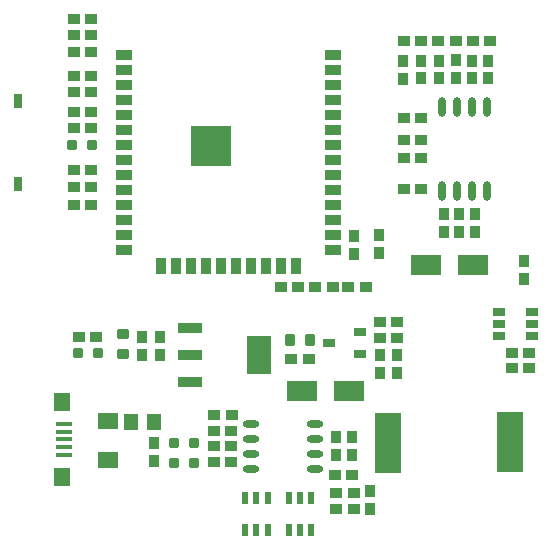
<source format=gtp>
G04*
G04 #@! TF.GenerationSoftware,Altium Limited,Altium Designer,18.1.6 (161)*
G04*
G04 Layer_Color=8421504*
%FSTAX24Y24*%
%MOIN*%
G70*
G01*
G75*
%ADD20R,0.0374X0.0394*%
%ADD21R,0.0394X0.0374*%
%ADD22R,0.0236X0.0394*%
%ADD23R,0.0866X0.2008*%
%ADD24O,0.0551X0.0236*%
%ADD25R,0.0709X0.0531*%
%ADD26R,0.0472X0.0551*%
G04:AMPARAMS|DCode=27|XSize=31.5mil|YSize=31.5mil|CornerRadius=3.9mil|HoleSize=0mil|Usage=FLASHONLY|Rotation=0.000|XOffset=0mil|YOffset=0mil|HoleType=Round|Shape=RoundedRectangle|*
%AMROUNDEDRECTD27*
21,1,0.0315,0.0236,0,0,0.0*
21,1,0.0236,0.0315,0,0,0.0*
1,1,0.0079,0.0118,-0.0118*
1,1,0.0079,-0.0118,-0.0118*
1,1,0.0079,-0.0118,0.0118*
1,1,0.0079,0.0118,0.0118*
%
%ADD27ROUNDEDRECTD27*%
%ADD28R,0.0315X0.0472*%
%ADD29R,0.0984X0.0669*%
%ADD30R,0.0394X0.0315*%
G04:AMPARAMS|DCode=31|XSize=39.4mil|YSize=35.4mil|CornerRadius=4.4mil|HoleSize=0mil|Usage=FLASHONLY|Rotation=180.000|XOffset=0mil|YOffset=0mil|HoleType=Round|Shape=RoundedRectangle|*
%AMROUNDEDRECTD31*
21,1,0.0394,0.0266,0,0,180.0*
21,1,0.0305,0.0354,0,0,180.0*
1,1,0.0089,-0.0153,0.0133*
1,1,0.0089,0.0153,0.0133*
1,1,0.0089,0.0153,-0.0133*
1,1,0.0089,-0.0153,-0.0133*
%
%ADD31ROUNDEDRECTD31*%
%ADD32O,0.0236X0.0669*%
%ADD33R,0.0846X0.0354*%
%ADD34R,0.0846X0.1280*%
%ADD35R,0.0433X0.0276*%
%ADD36R,0.1378X0.1378*%
%ADD37R,0.0339X0.0571*%
%ADD38R,0.0571X0.0339*%
%ADD39R,0.0551X0.0630*%
%ADD40R,0.0531X0.0157*%
G04:AMPARAMS|DCode=41|XSize=39.4mil|YSize=35.4mil|CornerRadius=4.4mil|HoleSize=0mil|Usage=FLASHONLY|Rotation=270.000|XOffset=0mil|YOffset=0mil|HoleType=Round|Shape=RoundedRectangle|*
%AMROUNDEDRECTD41*
21,1,0.0394,0.0266,0,0,270.0*
21,1,0.0305,0.0354,0,0,270.0*
1,1,0.0089,-0.0133,-0.0153*
1,1,0.0089,-0.0133,0.0153*
1,1,0.0089,0.0133,0.0153*
1,1,0.0089,0.0133,-0.0153*
%
%ADD41ROUNDEDRECTD41*%
D20*
X02255Y010895D02*
D03*
Y010305D02*
D03*
X021945Y012695D02*
D03*
Y012105D02*
D03*
X022855Y015445D02*
D03*
Y014855D02*
D03*
X026037Y02015D02*
D03*
Y019559D02*
D03*
X026479Y025258D02*
D03*
Y024667D02*
D03*
X0254Y02467D02*
D03*
Y02526D02*
D03*
X021395Y012695D02*
D03*
Y012105D02*
D03*
X02345Y015445D02*
D03*
Y014855D02*
D03*
X015326Y0125D02*
D03*
Y011909D02*
D03*
X02201Y0194D02*
D03*
Y018809D02*
D03*
X02365Y024655D02*
D03*
Y025246D02*
D03*
X01555Y015457D02*
D03*
Y016047D02*
D03*
X014926D02*
D03*
Y015457D02*
D03*
X024245Y024668D02*
D03*
Y025258D02*
D03*
X027679Y018574D02*
D03*
Y017983D02*
D03*
X02285Y019445D02*
D03*
Y018855D02*
D03*
X02595Y025258D02*
D03*
Y024668D02*
D03*
X024829Y025258D02*
D03*
Y024667D02*
D03*
X0255Y019555D02*
D03*
Y020145D02*
D03*
X025Y019555D02*
D03*
Y020145D02*
D03*
D21*
X021405Y0103D02*
D03*
X021995D02*
D03*
Y01085D02*
D03*
X021405D02*
D03*
X017328Y011872D02*
D03*
X017919D02*
D03*
Y012926D02*
D03*
X017328D02*
D03*
X023445Y016535D02*
D03*
X022855D02*
D03*
X021805Y0177D02*
D03*
X022395D02*
D03*
X025395Y0259D02*
D03*
X024805D02*
D03*
X021355Y01145D02*
D03*
X021945D02*
D03*
X027255Y014994D02*
D03*
X027845D02*
D03*
X013245Y0216D02*
D03*
X012655D02*
D03*
Y02665D02*
D03*
X013245D02*
D03*
Y0261D02*
D03*
X012655D02*
D03*
X024245Y0259D02*
D03*
X023655D02*
D03*
X024245Y020965D02*
D03*
X023655D02*
D03*
Y02335D02*
D03*
X024245D02*
D03*
X0205Y015303D02*
D03*
X019909D02*
D03*
X023659Y0226D02*
D03*
X02425D02*
D03*
X025955Y0259D02*
D03*
X026545D02*
D03*
X013245Y0242D02*
D03*
X012655D02*
D03*
Y02355D02*
D03*
X013245D02*
D03*
X012655Y02105D02*
D03*
X013245D02*
D03*
X01325Y02045D02*
D03*
X012659D02*
D03*
X027845Y015518D02*
D03*
X027255D02*
D03*
X022855Y016D02*
D03*
X023445D02*
D03*
X017332Y01345D02*
D03*
X017922D02*
D03*
X012655Y02475D02*
D03*
X013245D02*
D03*
Y02555D02*
D03*
X012655D02*
D03*
X0213Y0177D02*
D03*
X020709D02*
D03*
X017919Y0124D02*
D03*
X017328D02*
D03*
X013421Y01605D02*
D03*
X01283D02*
D03*
X013245Y023004D02*
D03*
X012655D02*
D03*
X020145Y0177D02*
D03*
X019555D02*
D03*
X023655Y022D02*
D03*
X024245D02*
D03*
D22*
X020574Y009609D02*
D03*
X0202D02*
D03*
X019826D02*
D03*
Y010691D02*
D03*
X0202D02*
D03*
X020574D02*
D03*
X018376Y009618D02*
D03*
X01875D02*
D03*
X019124D02*
D03*
Y010682D02*
D03*
X01875D02*
D03*
X018376D02*
D03*
D23*
X02315Y0125D02*
D03*
X027217Y012528D02*
D03*
D24*
X020713Y01165D02*
D03*
Y01215D02*
D03*
Y01265D02*
D03*
Y01315D02*
D03*
X018587Y01165D02*
D03*
Y01215D02*
D03*
Y01265D02*
D03*
Y01315D02*
D03*
D25*
X0138Y011941D02*
D03*
Y013259D02*
D03*
D26*
X014578Y013226D02*
D03*
X015326D02*
D03*
D27*
X01666Y0125D02*
D03*
X015991D02*
D03*
X015989Y011845D02*
D03*
X016658D02*
D03*
X01346Y0155D02*
D03*
X012791D02*
D03*
X012615Y02245D02*
D03*
X013285D02*
D03*
D28*
X0108Y0239D02*
D03*
Y021144D02*
D03*
D29*
X025967Y01845D02*
D03*
X024392D02*
D03*
X020263Y014245D02*
D03*
X021837D02*
D03*
D30*
X02795Y016868D02*
D03*
X02795Y016468D02*
D03*
X02795Y016068D02*
D03*
X02685D02*
D03*
X026848Y016468D02*
D03*
X02685Y016868D02*
D03*
D31*
X014305Y016135D02*
D03*
Y015465D02*
D03*
D32*
X024929Y020917D02*
D03*
X025429D02*
D03*
X025929D02*
D03*
X026429D02*
D03*
X024929Y023712D02*
D03*
X025429D02*
D03*
X025929D02*
D03*
X026429D02*
D03*
D33*
X016548Y016352D02*
D03*
Y01545D02*
D03*
Y014548D02*
D03*
D34*
X018852Y01545D02*
D03*
D35*
X021173Y01585D02*
D03*
X022197Y016224D02*
D03*
Y015476D02*
D03*
D36*
X017249Y02242D02*
D03*
D37*
X015574Y018404D02*
D03*
X016074D02*
D03*
X016574D02*
D03*
X017074D02*
D03*
X017574D02*
D03*
X020074D02*
D03*
X019574D02*
D03*
X019074D02*
D03*
X018574D02*
D03*
X018074D02*
D03*
D38*
X0213Y025428D02*
D03*
Y024928D02*
D03*
Y024428D02*
D03*
Y023928D02*
D03*
Y023428D02*
D03*
Y022928D02*
D03*
Y022428D02*
D03*
Y021928D02*
D03*
Y021428D02*
D03*
Y020928D02*
D03*
Y020428D02*
D03*
Y019928D02*
D03*
Y019428D02*
D03*
Y018928D02*
D03*
X014347Y025428D02*
D03*
Y024928D02*
D03*
Y024428D02*
D03*
Y023928D02*
D03*
Y023428D02*
D03*
Y022928D02*
D03*
Y022428D02*
D03*
Y021928D02*
D03*
Y021428D02*
D03*
Y020928D02*
D03*
Y020428D02*
D03*
Y019928D02*
D03*
Y019428D02*
D03*
Y018928D02*
D03*
D39*
X012261Y011368D02*
D03*
Y013888D02*
D03*
D40*
X01235Y012116D02*
D03*
Y012372D02*
D03*
Y012628D02*
D03*
Y012884D02*
D03*
Y01314D02*
D03*
D41*
X020535Y015957D02*
D03*
X019865D02*
D03*
M02*

</source>
